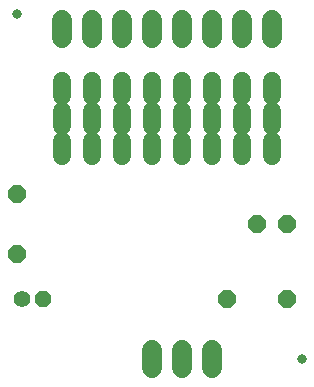
<source format=gbs>
G75*
G70*
%OFA0B0*%
%FSLAX24Y24*%
%IPPOS*%
%LPD*%
%AMOC8*
5,1,8,0,0,1.08239X$1,22.5*
%
%ADD10C,0.0316*%
%ADD11C,0.0680*%
%ADD12OC8,0.0600*%
%ADD13OC8,0.0560*%
%ADD14C,0.0560*%
%ADD15C,0.0600*%
D10*
X010720Y001105D03*
X001220Y012605D03*
D11*
X002720Y012405D02*
X002720Y011805D01*
X003720Y011805D02*
X003720Y012405D01*
X004720Y012405D02*
X004720Y011805D01*
X005720Y011805D02*
X005720Y012405D01*
X006720Y012405D02*
X006720Y011805D01*
X007720Y011805D02*
X007720Y012405D01*
X008720Y012405D02*
X008720Y011805D01*
X009720Y011805D02*
X009720Y012405D01*
X007720Y001405D02*
X007720Y000805D01*
X006720Y000805D02*
X006720Y001405D01*
X005720Y001405D02*
X005720Y000805D01*
D12*
X008220Y003105D03*
X010220Y003105D03*
X010220Y005605D03*
X009220Y005605D03*
X001220Y006605D03*
X001220Y004605D03*
D13*
X002070Y003105D03*
D14*
X001370Y003105D03*
D15*
X002720Y007845D02*
X002720Y008365D01*
X002720Y008845D02*
X002720Y009365D01*
X002720Y009845D02*
X002720Y010365D01*
X003720Y010365D02*
X003720Y009845D01*
X003720Y009365D02*
X003720Y008845D01*
X003720Y008365D02*
X003720Y007845D01*
X004720Y007845D02*
X004720Y008365D01*
X004720Y008845D02*
X004720Y009365D01*
X004720Y009845D02*
X004720Y010365D01*
X005720Y010365D02*
X005720Y009845D01*
X005720Y009365D02*
X005720Y008845D01*
X005720Y008365D02*
X005720Y007845D01*
X006720Y007845D02*
X006720Y008365D01*
X006720Y008845D02*
X006720Y009365D01*
X006720Y009845D02*
X006720Y010365D01*
X007720Y010365D02*
X007720Y009845D01*
X007720Y009365D02*
X007720Y008845D01*
X007720Y008365D02*
X007720Y007845D01*
X008720Y007845D02*
X008720Y008365D01*
X008720Y008845D02*
X008720Y009365D01*
X008720Y009845D02*
X008720Y010365D01*
X009720Y010365D02*
X009720Y009845D01*
X009720Y009365D02*
X009720Y008845D01*
X009720Y008365D02*
X009720Y007845D01*
M02*

</source>
